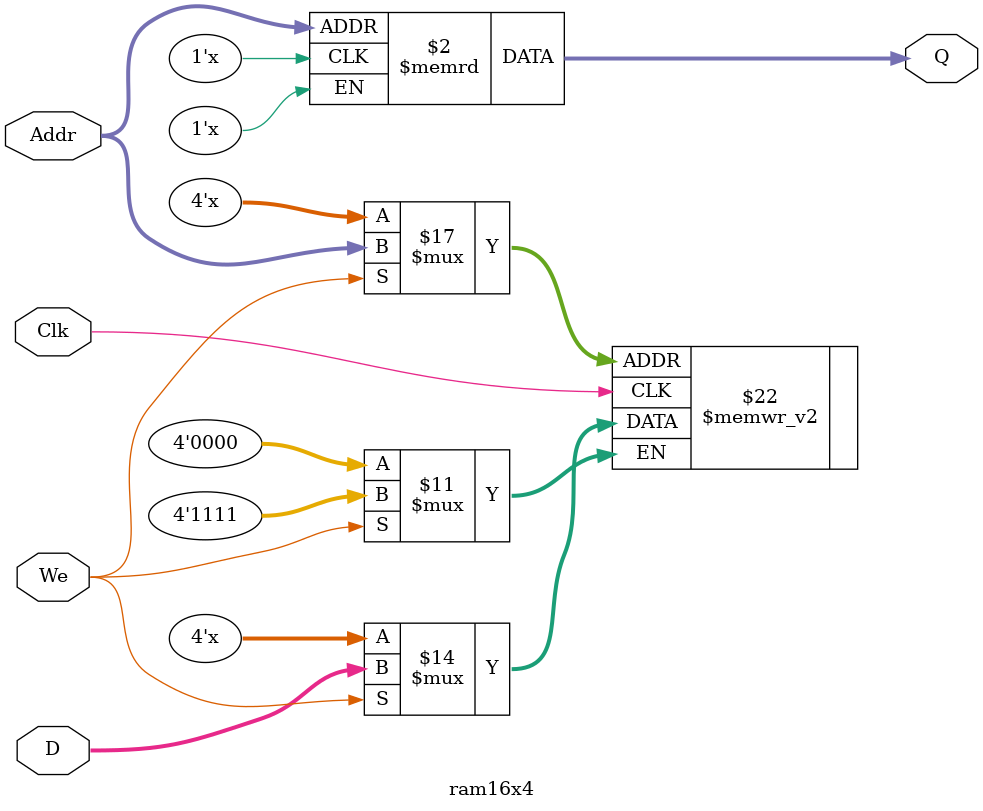
<source format=v>
`timescale 1ns / 1ps

module ram16x4 (
    input [3:0] Addr,
    input [3:0] D,
    input We,
    input Clk,
    output [3:0] Q
);

reg [3:0] data [15:0];

assign Q = data[Addr];

always @(posedge Clk) begin
    if (We) begin
        data[Addr] <= D;
    end
end    
    
endmodule

</source>
